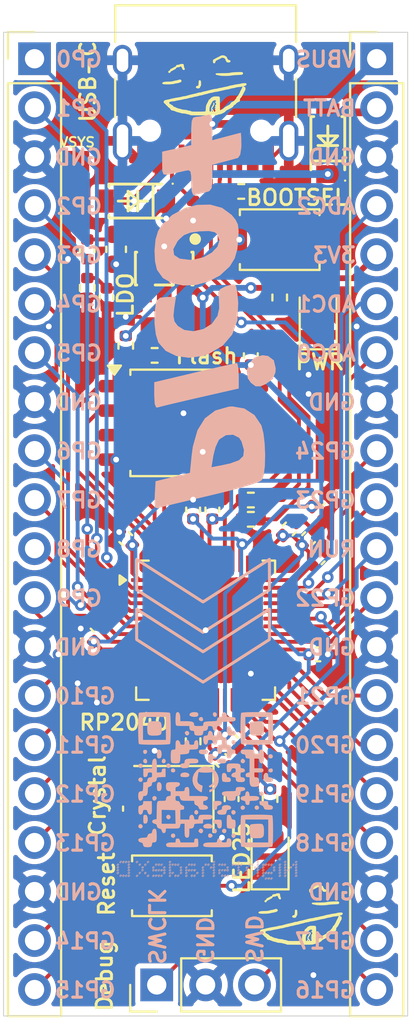
<source format=kicad_pcb>
(kicad_pcb (version 20241229) (generator "pcbnew") (generator_version "9.0")
  (layers (0 "F.Cu" signal) (2 "B.Cu" signal) (13 "F.Paste" user) (15 "B.Paste" user) (5 "F.SilkS" user "F.Silkscreen") (7 "B.SilkS" user "B.Silkscreen") (1 "F.Mask" user) (3 "B.Mask" user) (25 "Edge.Cuts" user))
  (net 0 "")
  (net 1 "GND")
  (net 2 "+1V1")
  (net 3 "+3V3")
  (net 4 "VBUS")
  (net 5 "Net-(C15-Pad2)")
  (net 6 "XIN")
  (net 7 "Net-(J1-CC1)")
  (net 8 "USB_D-")
  (net 9 "USB_D+")
  (net 10 "Net-(J1-CC2)")
  (net 11 "GPIO5")
  (net 12 "GPIO13")
  (net 13 "GPIO1")
  (net 14 "GPIO2")
  (net 15 "GPIO11")
  (net 16 "GPIO14")
  (net 17 "GPIO3")
  (net 18 "GPIO7")
  (net 19 "GPIO6")
  (net 20 "GPIO4")
  (net 21 "GPIO8")
  (net 22 "GPIO10")
  (net 23 "GPIO0")
  (net 24 "GPIO12")
  (net 25 "GPIO15")
  (net 26 "GPIO9")
  (net 27 "GPIO20")
  (net 28 "GPIO16")
  (net 29 "GPIO22")
  (net 30 "GPIO26_ADC0")
  (net 31 "GPIO28_ADC2")
  (net 32 "GPIO19")
  (net 33 "GPIO21")
  (net 34 "GPIO23")
  (net 35 "GPIO24")
  (net 36 "GPIO27_ADC1")
  (net 37 "RUN")
  (net 38 "GPIO29_ADC3")
  (net 39 "GPIO18")
  (net 40 "GPIO17")
  (net 41 "SWD")
  (net 42 "SWCLK")
  (net 43 "Net-(U1-USB_DP)")
  (net 44 "Net-(U1-USB_DM)")
  (net 45 "XOUT")
  (net 46 "Net-(R6-Pad1)")
  (net 47 "QSPI_SS")
  (net 48 "QSPI_SD3")
  (net 49 "QSPI_SD2")
  (net 50 "QSPI_SD1")
  (net 51 "QSPI_SD0")
  (net 52 "QSPI_SCLK")
  (net 53 "GPIO25")
  (net 54 "Net-(D1-A)")
  (net 55 "Net-(D2-A)")
  (net 56 "VSYS")
  (net 57 "+BATT")
  (footprint "Connector_USB:USB_C_Receptacle_HRO_TYPE-C-31-M-12" (layer "F.Cu") (at 160.65 49.25 180)
    (property "Reference" "J1" (hide yes))
    (property "Value" "USB_C_Receptacle_USB2.0_14P" (hide yes))
  )
  (footprint "Capacitor_SMD:C_0402_1005Metric" (layer "F.Cu") (at 165 72.5 45)
    (property "Reference" "C11" (hide yes))
    (property "Value" "0.1uF" (hide yes))
  )
  (footprint "EasyEDA:SOD-123FL_L2.8-W1.8-LS3.8-RD" (layer "F.Cu") (at 157 55.5 180)
    (property "Reference" "D3" (hide yes))
    (property "Value" "FMBR120VLSFT1G" (hide yes))
  )
  (footprint "Resistor_SMD:R_0402_1005Metric" (layer "F.Cu") (at 163 72 180)
    (property "Reference" "R4" (hide yes))
    (property "Value" "27" (hide yes))
  )
  (footprint "Capacitor_SMD:C_0402_1005Metric" (layer "F.Cu") (at 166.5 71 45)
    (property "Reference" "C1" (hide yes))
    (property "Value" "1uF" (hide yes))
  )
  (footprint "Capacitor_SMD:C_0402_1005Metric" (layer "F.Cu") (at 161.5 84.5 -45)
    (property "Reference" "C8" (hide yes))
    (property "Value" "0.1uF" (hide yes))
  )
  (footprint "Resistor_SMD:R_0402_1005Metric" (layer "F.Cu") (at 162.5 55)
    (property "Reference" "R1" (hide yes))
    (property "Value" "5.1K" (hide yes))
  )
  (footprint "Connector_PinHeader_2.54mm:PinHeader_1x03_P2.54mm_Vertical" (layer "F.Cu") (at 158.11 96.14 90)
    (property "Reference" "J4" (hide yes))
    (property "Value" "Conn_01x03" (hide yes))
  )
  (footprint "Capacitor_SMD:C_0603_1608Metric" (layer "F.Cu") (at 156 58 -90)
    (property "Reference" "C14" (hide yes))
    (property "Value" "10uF" (hide yes))
  )
  (footprint "Resistor_SMD:R_0402_1005Metric" (layer "F.Cu") (at 154.5 60 -90)
    (property "Reference" "R11" (hide yes))
    (property "Value" "100K" (hide yes))
  )
  (footprint "LED_SMD:LED_0805_2012Metric" (layer "F.Cu") (at 166.5 61.5 90)
    (property "Reference" "D2" (hide yes))
    (property "Value" "LED" (hide yes))
  )
  (footprint "Resistor_SMD:R_0402_1005Metric" (layer "F.Cu") (at 154.5 58 -90)
    (property "Reference" "R10" (hide yes))
    (property "Value" "200K" (hide yes))
  )
  (footprint "Capacitor_SMD:C_0402_1005Metric" (layer "F.Cu") (at 155.5 60.5 -90)
    (property "Reference" "C9" (hide yes))
    (property "Value" "1nF" (hide yes))
  )
  (footprint "Capacitor_SMD:C_0402_1005Metric" (layer "F.Cu") (at 160 71.5 90)
    (property "Reference" "C3" (hide yes))
    (property "Value" "0.1uF" (hide yes))
  )
  (footprint "Graphics:Logo_small" (layer "F.Cu") (at 160.5 50)
    (property "Reference" "G***" (hide yes))
    (property "Value" "LOGO" (hide yes))
  )
  (footprint "Capacitor_SMD:C_0402_1005Metric" (layer "F.Cu") (at 156.5 73 135)
    (property "Reference" "C10" (hide yes))
    (property "Value" "0.1uF" (hide yes))
  )
  (footprint "EasyEDA:SOT-23-5_L3.0-W1.6-P0.95-LS2.8-BR" (layer "F.Cu") (at 158.5 59 90)
    (property "Reference" "U2" (hide yes))
    (property "Value" "TPSPX3819M5-L-3-3" (hide yes))
  )
  (footprint "Resistor_SMD:R_0402_1005Metric" (layer "F.Cu") (at 158 63.5 180)
    (property "Reference" "R7" (hide yes))
    (property "Value" "10K" (hide yes))
  )
  (footprint "Resistor_SMD:R_0402_1005Metric" (layer "F.Cu") (at 164.5 60.5 90)
    (property "Reference" "R9" (hide yes))
    (property "Value" "1K" (hide yes))
  )
  (footprint "Resistor_SMD:R_0402_1005Metric" (layer "F.Cu") (at 163 71 180)
    (property "Reference" "R3" (hide yes))
    (property "Value" "27" (hide yes))
  )
  (footprint "Capacitor_SMD:C_0402_1005Metric" (layer "F.Cu") (at 166 73 45)
    (property "Reference" "C4" (hide yes))
    (property "Value" "1uF" (hide yes))
  )
  (footprint "Capacitor_SMD:C_0603_1608Metric" (layer "F.Cu") (at 158.5 62 180)
    (property "Reference" "C13" (hide yes))
    (property "Value" "10uF" (hide yes))
  )
  (footprint "Button_Switch_SMD:SW_Push_SPST_NO_Alps_SKRK" (layer "F.Cu") (at 158.9 91 180)
    (property "Reference" "SW2" (hide yes))
    (property "Value" "SW_Push" (hide yes))
  )
  (footprint "LED_SMD:LED_0805_2012Metric" (layer "F.Cu") (at 164 89.5 90)
    (property "Reference" "D1" (hide yes))
    (property "Value" "LED" (hide yes))
  )
  (footprint "Connector_PinHeader_2.54mm:PinHeader_1x20_P2.54mm_Vertical" (layer "F.Cu") (at 169.54 48.12)
    (property "Reference" "J3" (hide yes))
    (property "Value" "Conn_01x20" (hide yes))
  )
  (footprint "Capacitor_SMD:C_0402_1005Metric" (layer "F.Cu") (at 162 86.5 90)
    (property "Reference" "C15" (hide yes))
    (property "Value" "33pF" (hide yes))
  )
  (footprint "Resistor_SMD:R_0402_1005Metric" (layer "F.Cu") (at 160 56 -90)
    (property "Reference" "R2" (hide yes))
    (property "Value" "5.1K" (hide yes))
  )
  (footprint "Crystal:Crystal_SMD_3225-4Pin_3.2x2.5mm" (layer "F.Cu") (at 159 86.5 180)
    (property "Reference" "Y1" (hide yes))
    (property "Value" "12 MHz" (hide yes))
  )
  (footprint "Capacitor_SMD:C_0402_1005Metric" (layer "F.Cu") (at 156 87 -90)
    (property "Reference" "C16" (hide yes))
    (property "Value" "33pF" (hide yes))
  )
  (footprint "Capacitor_SMD:C_0402_1005Metric" (layer "F.Cu") (at 163 63.5 90)
    (property "Reference" "C17" (hide yes))
    (property "Value" "0.1uF" (hide yes))
  )
  (footprint "Resistor_SMD:R_0402_1005Metric" (layer "F.Cu") (at 164 86.5 90)
    (property "Reference" "R8" (hide yes))
    (property "Value" "1K" (hide yes))
  )
  (footprint "Connector_PinHeader_2.54mm:PinHeader_1x20_P2.54mm_Vertical" (layer "F.Cu") (at 151.76 48.12)
    (property "Reference" "J2" (hide yes))
    (property "Value" "Conn_01x20" (hide yes))
  )
  (footprint "Capacitor_SMD:C_0402_1005Metric" (layer "F.Cu") (at 166.5 74 45)
    (property "Reference" "C5" (hide yes))
    (property "Value" "0.1uF" (hide yes))
  )
  (footprint "Capacitor_SMD:C_0402_1005Metric" (layer "F.Cu") (at 161 71.5 90)
    (property "Reference" "C7" (hide yes))
    (property "Value" "0.1uF" (hide yes))
  )
  (footprint "Capacitor_SMD:C_0402_1005Metric" (layer "F.Cu") (at 154.5 78 135)
    (property "Reference" "C6" (hide yes))
    (property "Value" "0.1uF" (hide yes))
  )
  (footprint "Capacitor_SMD:C_0402_1005Metric" (layer "F.Cu") (at 166.5 79)
    (property "Reference" "C12" (hide yes))
    (property "Value" "0.1uF" (hide yes))
  )
  (footprint "Package_DFN_QFN:QFN-56-1EP_7x7mm_P0.4mm_EP3.2x3.2mm" (layer "F.Cu") (at 160.65 77.75)
    (property "Reference" "U1" (hide yes))
    (property "Value" "RP2040" (hide yes))
  )
  (footprint "Button_Switch_SMD:SW_Push_SPST_NO_Alps_SKRK" (layer "F.Cu") (at 164.5 57.5 180)
    (property "Reference" "SW1" (hide yes))
    (property "Value" "SW_Push" (hide yes))
  )
  (footprint "Graphics:Logo_small" (layer "F.Cu") (at 165.5 93)
    (property "Reference" "G***" (hide yes))
    (property "Value" "LOGO" (hide yes))
  )
  (footprint "Resistor_SMD:R_0402_1005Metric" (layer "F.Cu") (at 160 83.51 90)
    (property "Reference" "R5" (hide yes))
    (property "Value" "1K" (hide yes))
  )
  (footprint "Package_SO:SOIC-8_5.3x5.3mm_P1.27mm" (layer "F.Cu") (at 159.5 67)
    (property "Reference" "U3" (hide yes))
    (property "Value" "W25Q128JVS" (hide yes))
  )
  (footprint "Capacitor_SMD:C_0402_1005Metric" (layer "F.Cu") (at 162 83.5 -45)
    (property "Reference" "C2" (hide yes))
    (property "Value" "0.1uF" (hide yes))
  )
  (footprint "EasyEDA:SOD-123FL_L2.8-W1.8-LS3.8-RD" (layer "F.Cu") (at 167 52.5 90)
    (property "Reference" "D4" (hide yes))
    (property "Value" "FMBR120VLSFT1G" (hide yes))
  )
  (footprint "Resistor_SMD:R_0402_1005Metric" (layer "F.Cu") (at 156.5 63 -90)
    (property "Reference" "R6" (hide yes))
    (property "Value" "1K" (hide yes))
  )
  (footprint "LOGO" (layer "B.Cu") (at 160.65 85.5 180)
    (property "Reference" "G***" (hide yes))
    (property "Value" "LOGO" (hide yes))
  )
  (footprint "LOGO" (layer "B.Cu") (at 160.5 77.25 -90)
    (property "Reference" "G***" (hide yes))
    (property "Value" "LOGO" (hide yes))
  )
  (footprint "LOGO" (layer "B.Cu") (at 160.65 90.15 180)
    (property "Reference" "G***" (hide yes))
    (property "Value" "LOGO" (hide yes))
  )
  (footprint "LOGO" (layer "B.Cu") (at 161 61.5 90)
    (property "Reference" "G***" (hide yes))
    (property "Value" "LOGO" (hide yes))
  )
  (gr_rect (start 153.5 53) (end 154.5 54) (stroke (width 0.2)) (fill yes) (layer "F.Cu") (net 56))
  (gr_rect (start 150.15 46.75) (end 171.15 97.75) (stroke (width 0.05)) (fill no) (layer "Edge.Cuts"))
  (gr_text "Debug" (at 155.865552 97.595574 90) (layer "F.SilkS") (effects (font (size 0.8 0.8)) (justify left bottom)))
  (gr_text "USB-C" (at 155 51.5 90) (layer "F.SilkS") (effects (font (size 0.8 0.8)) (justify left bottom)))
  (gr_text "BOOTSEL" (at 162.674189 55.78707 0) (layer "F.SilkS") (effects (font (size 0.8 0.8)) (justify left bottom)))
  (gr_text "PWR" (at 165.237631 64.315957 0) (layer "F.SilkS") (effects (font (size 0.8 0.8)) (justify left bottom)))
  (gr_text "LDO\n" (at 156.95149 61.605419 90) (layer "F.SilkS") (effects (font (size 0.8 0.8)) (justify left bottom)))
  (gr_text "Flash" (at 159 64 0) (layer "F.SilkS") (effects (font (size 0.8 0.8)) (justify left bottom)))
  (gr_text "RP2040" (at 154 83 0) (layer "F.SilkS") (effects (font (size 0.8 0.8)) (justify left bottom)))
  (gr_text "VSYS" (at 153.010966 52.744601 0) (layer "F.SilkS") (effects (font (size 0.5 0.5) (thickness 0.1) (bold yes)) (justify left bottom)))
  (gr_text "Reset" (at 155.975798 92.653528 90) (layer "F.SilkS") (effects (font (size 0.8 0.8)) (justify left bottom)))
  (gr_text "Crystal" (at 155.5 88.5 90) (layer "F.SilkS") (effects (font (size 0.8 0.8)) (justify left bottom)))
  (gr_text "LED25" (at 163 91.5 90) (layer "F.SilkS") (effects (font (size 0.8 0.8)) (justify left bottom)))
  (gr_text "GP6" (at 155.36 68.94 0) (layer "B.SilkS") (effects (font (size 0.8 0.8) (thickness 0.16) (bold yes)) (justify left bottom mirror)))
  (gr_text "GP22" (at 168.54 76.56 0) (layer "B.SilkS") (effects (font (size 0.8 0.8) (thickness 0.16) (bold yes)) (justify left bottom mirror)))
  (gr_text "ADC1" (at 168.54 61.32 0) (layer "B.SilkS") (effects (font (size 0.8 0.8) (thickness 0.16) (bold yes)) (justify left bottom mirror)))
  (gr_text "GND" (at 160.122484 95.150539 270) (layer "B.SilkS") (effects (font (size 0.8 0.8) (thickness 0.16) (bold yes)) (justify left bottom mirror)))
  (gr_text "GND" (at 168.54 91.8 0) (layer "B.SilkS") (effects (font (size 0.8 0.8) (thickness 0.16) (bold yes)) (justify left bottom mirror)))
  (gr_text "GP21" (at 168.54 81.64 0) (layer "B.SilkS") (effects (font (size 0.8 0.8) (thickness 0.16) (bold yes)) (justify left bottom mirror)))
  (gr_text "GP15" (at 156.06 96.88 0) (layer "B.SilkS") (effects (font (size 0.8 0.8) (thickness 0.16) (bold yes)) (justify left bottom mirror)))
  (gr_text "GP17" (at 168.54 94.34 0) (layer "B.SilkS") (effects (font (size 0.8 0.8) (thickness 0.16) (bold yes)) (justify left bottom mirror)))
  (gr_text "VBUS" (at 168.54 48.62 0) (layer "B.SilkS") (effects (font (size 0.8 0.8) (thickness 0.16) (bold yes)) (justify left bottom mirror)))
  (gr_text "SWCLK" (at 157.630214 95.167266 270) (layer "B.SilkS") (effects (font (size 0.8 0.8) (thickness 0.16) (bold yes)) (justify left bottom mirror)))
  (gr_text "GP23" (at 168.54 71.48 0) (layer "B.SilkS") (effects (font (size 0.8 0.8) (thickness 0.16) (bold yes)) (justify left bottom mirror)))
  (gr_text "GP3" (at 155.36 58.78 0) (layer "B.SilkS") (effects (font (size 0.8 0.8) (thickness 0.16) (bold yes)) (justify left bottom mirror)))
  (gr_text "GP10" (at 156.06 81.64 0) (layer "B.SilkS") (effects (font (size 0.8 0.8) (thickness 0.16) (bold yes)) (justify left bottom mirror)))
  (gr_text "GP7" (at 155.36 71.48 0) (layer "B.SilkS") (effects (font (size 0.8 0.8) (thickness 0.16) (bold yes)) (justify left bottom mirror)))
  (gr_text "BATT" (at 168.54 51.16 0) (layer "B.SilkS") (effects (font (size 0.8 0.8) (thickness 0.16) (bold yes)) (justify left bottom mirror)))
  (gr_text "GND" (at 155.36 53.7 0) (layer "B.SilkS") (effects (font (size 0.8 0.8) (thickness 0.16) (bold yes)) (justify left bottom mirror)))
  (gr_text "3V3" (at 168.54 58.78 0) (layer "B.SilkS") (effects (font (size 0.8 0.8) (thickness 0.16) (bold yes)) (justify left bottom mirror)))
  (gr_text "GP0" (at 155.36 48.62 0) (layer "B.SilkS") (effects (font (size 0.8 0.8) (thickness 0.16) (bold yes)) (justify left bottom mirror)))
  (gr_text "GP16" (at 168.54 96.88 0) (layer "B.SilkS") (effects (font (size 0.8 0.8) (thickness 0.16) (bold yes)) (justify left bottom mirror)))
  (gr_text "GP11" (at 156.06 84.18 0) (layer "B.SilkS") (effects (font (size 0.8 0.8) (thickness 0.16) (bold yes)) (justify left bottom mirror)))
  (gr_text "GND" (at 168.54 79.1 0) (layer "B.SilkS") (effects (font (size 0.8 0.8) (thickness 0.16) (bold yes)) (justify left bottom mirror)))
  (gr_text "GP13" (at 156.06 89.26 0) (layer "B.SilkS") (effects (font (size 0.8 0.8) (thickness 0.16) (bold yes)) (justify left bottom mirror)))
  (gr_text "GP1" (at 155.36 51.16 0) (layer "B.SilkS") (effects (font (size 0.8 0.8) (thickness 0.16) (bold yes)) (justify left bottom mirror)))
  (gr_text "GP24" (at 168.54 68.94 0) (layer "B.SilkS") (effects (font (size 0.8 0.8) (thickness 0.16) (bold yes)) (justify left bottom mirror)))
  (gr_text "ADC0" (at 168.54 63.86 0) (layer "B.SilkS") (effects (font (size 0.8 0.8) (thickness 0.16) (bold yes)) (justify left bottom mirror)))
  (gr_text "GP8" (at 155.36 74.02 0) (layer "B.SilkS") (effects (font (size 0.8 0.8) (thickness 0.16) (bold yes)) (justify left bottom mirror)))
  (gr_text "GP4" (at 155.36 61.32 0) (layer "B.SilkS") (effects (font (size 0.8 0.8) (thickness 0.16) (bold yes)) (justify left bottom mirror)))
  (gr_text "GND" (at 168.54 66.4 0) (layer "B.SilkS") (effects (font (size 0.8 0.8) (thickness 0.16) (bold yes)) (justify left bottom mirror)))
  (gr_text "GND" (at 155.36 91.8 0) (layer "B.SilkS") (effects (font (size 0.8 0.8) (thickness 0.16) (bold yes)) (justify left bottom mirror)))
  (gr_text "GP18" (at 168.54 89.26 0) (layer "B.SilkS") (effects (font (size 0.8 0.8) (thickness 0.16) (bold yes)) (justify left bottom mirror)))
  (gr_text "GP20" (at 168.54 84.18 0) (layer "B.SilkS") (effects (font (size 0.8 0.8) (thickness 0.16) (bold yes)) (justify left bottom mirror)))
  (gr_text "GP9" (at 155.36 76.56 0) (layer "B.SilkS") (effects (font (size 0.8 0.8) (thickness 0.16) (bold yes)) (justify left bottom mirror)))
  (gr_text "GND" (at 168.54 53.7 0) (layer "B.SilkS") (effects (font (size 0.8 0.8) (thickness 0.16) (bold yes)) (justify left bottom mirror)))
  (gr_text "GP5" (at 155.36 63.86 0) (layer "B.SilkS") (effects (font (size 0.8 0.8) (thickness 0.16) (bold yes)) (justify left bottom mirror)))
  (gr_text "GP2" (at 155.36 56.24 0) (layer "B.SilkS") (effects (font (size 0.8 0.8) (thickness 0.16) (bold yes)) (justify left bottom mirror)))
  (gr_text "GP19" (at 168.54 86.72 0) (layer "B.SilkS") (effects (font (size 0.8 0.8) (thickness 0.16) (bold yes)) (justify left bottom mirror)))
  (gr_text "GP14" (at 156.06 94.34 0) (layer "B.SilkS") (effects (font (size 0.8 0.8) (thickness 0.16) (bold yes)) (justify left bottom mirror)))
  (gr_text "GND" (at 155.36 79.1 0) (layer "B.SilkS") (effects (font (size 0.8 0.8) (thickness 0.16) (bold yes)) (justify left bottom mirror)))
  (gr_text "SWD" (at 162.681662 95.100359 270) (layer "B.SilkS") (effects (font (size 0.8 0.8) (thickness 0.16) (bold yes)) (justify left bottom mirror)))
  (gr_text "RUN" (at 168.54 74.02 0) (layer "B.SilkS") (effects (font (size 0.8 0.8) (thickness 0.16) (bold yes)) (justify left bottom mirror)))
  (gr_text "GP12" (at 156.06 86.72 0) (layer "B.SilkS") (effects (font (size 0.8 0.8) (thickness 0.16) (bold yes)) (justify left bottom mirror)))
  (gr_text "ADC2" (at 168.54 56.24 0) (layer "B.SilkS") (effects (font (size 0.8 0.8) (thickness 0.16) (bold yes)) (justify left bottom mirror)))
  (gr_text "GND" (at 155.36 66.4 0) (layer "B.SilkS") (effects (font (size 0.8 0.8) (thickness 0.16) (bold yes)) (justify left bottom mirror)))
  (segment (start 166.839411 73.160589) (end 166.339411 72.660589) (width 0.2) (layer "F.Cu") (net 1))
  (segment (start 155.03 60.51) (end 155.5 60.98) (width 0.2) (layer "F.Cu") (net 1))
  (segment (start 165.839411 72.160589) (end 166.339411 72.660589) (width 0.2) (layer "F.Cu") (net 1))
  (segment (start 157.245 53.295) (end 156.33 52.38) (width 0.2) (layer "F.Cu") (net 1))
  (segment (start 158 83.5) (end 158 84) (width 0.2) (layer "F.Cu") (net 1))
  (segment (start 160.65 96.14) (end 160.5 96.29) (width 0.2) (layer "F.Cu") (net 1))
  (segment (start 166.839411 73.660589) (end 166.839411 73.160589) (width 0.2) (layer "F.Cu") (net 1))
  (segment (start 157.225 61.5) (end 157.725 62) (width 0.2) (layer "F.Cu") (net 1))
  (segment (start 160.5 96.29) (end 160.5 96.5) (width 0.2) (layer "F.Cu") (net 1))
  (segment (start 160 71.02) (end 161 71.02) (width 0.2) (layer "F.Cu") (net 1))
  (segment (start 156.5 61.5) (end 157.225 61.5) (width 0.2) (layer "F.Cu") (net 1))
  (segment (start 152.898 64) (end 152.898 62.398) (width 0.2) (layer "F.Cu") (net 1))
  (segment (start 159.65 81.1875) (end 159.65 81.85) (width 0.2) (layer "F.Cu") (net 1))
  (segment (start 163.9 53.295) (end 164.055 53.295) (width 0.2) (layer "F.Cu") (net 1))
  (segment (start 159.5 82) (end 158 83.5) (width 0.2) (layer "F.Cu") (net 1))
  (segment (start 152.898 64.762) (end 152.898 64) (width 0.2) (layer "F.Cu") (net 1))
  (segment (start 159.65 81.85) (end 159.5 82) (width 0.2) (layer "F.Cu") (net 1))
  (segment (start 158 85.55) (end 157.9 85.65) (width 0.2) (layer "F.Cu") (net 1))
  (segment (start 152.898 62.398) (end 152.5 62) (width 0.2) (layer "F.Cu") (net 1))
  (segment (start 158 84) (end 158 85.55) (width 0.2) (layer "F.Cu") (net 1))
  (segment (start 154.5 60.51) (end 155.03 60.51) (width 0.2) (layer "F.Cu") (net 1))
  (segment (start 164.055 53.295) (end 164.97 52.38) (width 0.2) (layer "F.Cu") (net 1))
  (segment (start 151.76 65.9) (end 152.898 64.762) (width 0.2) (layer "F.Cu") (net 1))
  (segment (start 165.339411 72.160589) (end 165.839411 72.160589) (width 0.2) (layer "F.Cu") (net 1))
  (segment (start 157.4 53.295) (end 157.245 53.295) (width 0.2) (layer "F.Cu") (net 1))
  (via (at 153 79) (size 0.6) (drill 0.3) (layers "F.Cu" "B.Cu") (net 1))
  (via (at 154 80.5) (size 0.6) (drill 0.3) (layers "F.Cu" "B.Cu") (net 1))
  (via (at 160 56.51) (size 0.6) (drill 0.3) (layers "F.Cu" "B.Cu") (net 1))
  (via (at 153.5 58.5) (size 0.6) (drill 0.3) (layers "F.Cu" "B.Cu") (net 1))
  (via (at 152.5 62) (size 0.6) (drill 0.3) (layers "F.Cu" "B.Cu") (net 1))
  (via (at 160 70.98) (size 0.6) (drill 0.3) (layers "F.Cu" "B.Cu") (net 1))
  (via (at 156 68.905) (size 0.6) (drill 0.3) (layers "F.Cu" "B.Cu") (net 1))
  (via (at 168.5 62) (size 0.6) (drill 0.3) (layers "F.Cu" "B.Cu") (net 1))
  (via (at 156 58.775) (size 0.6) (drill 0.3) (layers "F.Cu" "B.Cu") (net 1))
  (via (at 161.5 88.5) (size 0.6) (drill 0.3) (layers "F.Cu" "B.Cu") (net 1))
  (via (at 154.160589 77.660589) (size 0.6) (drill 0.3) (layers "F.Cu" "B.Cu") (net 1))
  (via (at 167 79) (size 0.6) (drill 0.3) (layers "F.Cu" "B.Cu") (net 1))
  (via (at 160.5 68.5) (size 0.6) (drill 0.3) (layers "F.Cu" "B.Cu") (net 1))
  (via (at 163 80) (size 0.6) (drill 0.3) (layers "F.Cu" "B.Cu") (net 1))
  (via (at 156.160589 72.660589) (size 0.6) (drill 0.3) (layers "F.Cu" "B.Cu") (net 1))
  (via (at 156.5 61.5) (size 0.6) (drill 0.3) (layers "F.Cu" "B.Cu") (net 1))
  (via (at 166.251463 95.630354) (size 0.6) (drill 0.3) (layers "F.Cu" "B.Cu") (net 1))
  (via (at 155 81.5) (size 0.6) (drill 0.3) (layers "F.Cu" "B.Cu") (net 1))
  (via (at 160.65 77.75) (size 0.6) (drill 0.3) (layers "F.Cu" "B.Cu") (net 1))
  (via (at 166 64.5) (size 0.6) (drill 0.3) (layers "F.Cu" "B.Cu") (net 1))
  (via (at 158.5 57.85) (size 0.6) (drill 0.3) (layers "F.Cu" "B.Cu") (net 1))
  (via (at 159.5 66.5) (size 0.6) (drill 0.3) (layers "F.Cu" "B.Cu") (net 1))
  (via (at 166 65.5) (size 0.6) (drill 0.3) (layers "F.Cu" "B.Cu") (net 1))
  (via (at 158 84) (size 0.6) (drill 0.3) (layers "F.Cu" "B.Cu") (net 1))
  (segment (start 153.5 58.5) (end 154 59) (width 0.2) (layer "B.Cu") (net 1))
  (segment (start 154 59) (end 154 60.5) (width 0.2) (layer "B.Cu") (net 1))
  (segment (start 168.5 62.671827) (end 168.489 62.682827) (width 0.2) (layer "B.Cu") (net 1))
  (segment (start 168.489 64.849) (end 169.54 65.9) (width 0.2) (layer "B.Cu") (net 1))
  (segment (start 154 60.5) (end 152.5 62) (width 0.2) (layer "B.Cu") (net 1))
  (segment (start 168.5 62) (end 168.5 62.671827) (width 0.2) (layer "B.Cu") (net 1))
  (segment (start 168.489 62.682827) (end 168.489 64.849) (width 0.2) (layer "B.Cu") (net 1))
  (segment (start 161.25 82.75) (end 161.660589 83.160589) (width 0.2) (layer "F.Cu") (net 2))
  (segment (start 162.45 73.39043) (end 162.55 73.29043) (width 0.2) (layer "F.Cu") (net 2))
  (segment (start 162.45 74.3125) (end 162.45 73.39043) (width 0.2) (layer "F.Cu") (net 2))
  (segment (start 161.25 81.1875) (end 161.25 82.75) (width 0.2) (layer "F.Cu") (net 2))
  (segment (start 160 71.98) (end 160.45 72.43) (width 0.2) (layer "F.Cu") (net 2))
  (segment (start 160.45 72.43) (end 160.45 74.3125) (width 0.2) (layer "F.Cu") (net 2))
  (via (at 162.55 73.29043) (size 0.6) (drill 0.3) (layers "F.Cu" "B.Cu") (net 2))
  (via (at 166.160589 71.339411) (size 0.6) (drill 0.3) (layers "F.Cu" "B.Cu") (net 2))
  (via (at 161.660589 83.160589) (size 0.6) (drill 0.3) (layers "F.Cu" "B.Cu") (net 2))
  (via (at 160 71.98) (size 0.6) (drill 0.3) (layers "F.Cu" "B.Cu") (net 2))
  (segment (start 160 72) (end 160 71.98) (width 0.2) (layer "B.Cu") (net 2))
  (segment (start 162.79043 73.29043) (end 164.741449 71.339411) (width 0.2) (layer "B.Cu") (net 2))
  (segment (start 161 73) (end 160 72) (width 0.2) (layer "B.Cu") (net 2))
  (segment (start 162.25957 73) (end 162.55 73.29043) (width 0.2) (layer "B.Cu") (net 2))
  (segment (start 161.660589 75.839411) (end 161.660589 83.160589) (width 0.2) (layer "B.Cu") (net 2))
  (segment (start 162.55 73.29043) (end 162.79043 73.29043) (width 0.2) (layer "B.Cu") (net 2))
  (segment (start 162.55 73.29043) (end 162.5 73.34043) (width 0.2) (layer "B.Cu") (net 2))
  (segment (start 162.5 75) (end 161.660589 75.839411) (width 0.2) (layer "B.Cu") (net 2))
  (segment (start 164.741449 71.339411) (end 166.160589 71.339411) (width 0.2) (layer "B.Cu") (net 2))
  (segment (start 161 73) (end 162.25957 73) (width 0.2) (layer "B.Cu") (net 2))
  (segment (start 162.5 73.34043) (end 162.5 75) (width 0.2) (layer "B.Cu") (net 2))
  (segment (start 159.45 61.825) (end 159.275 62) (width 0.4) (layer "F.Cu") (net 3))
  (segment (start 159.45 60.15) (end 159.45 61.825) (width 0.4) (layer "F.Cu") (net 3))
  (segment (start 155.25 78.75) (end 157.2125 78.75) (width 0.2) (layer "F.Cu") (net 3))
  (segment (start 161.160589 84.160589) (end 160.85 83.85) (width 0.2) (layer "F.Cu") (net 3))
  (segment (start 159.275 62.735) (end 158.51 63.5) (width 0.2) (layer "F.Cu") (net 3))
  (segment (start 166.02 73.698822) (end 165.660589 73.339411) (width 0.2) (layer "F.Cu") (net 3))
  (segment (start 164.0875 75.15) (end 165.37 75.15) (width 0.2) (layer "F.Cu") (net 3))
  (segment (start 159.275 62) (end 159.275 62.735) (width 0.2) (layer "F.Cu") (net 3))
  (segment (start 162.85 74.3125) (end 163.25 74.3125) (width 0.2) (layer "F.Cu") (net 3))
  (segment (start 154.839411 78.339411) (end 155.25 78.75) (width 0.2) (layer "F.Cu") (net 3))
  (segment (start 156.839411 73.339411) (end 156.839411 74.776911) (width 0.2) (layer "F.Cu") (net 3))
  (segment (start 163.25 74.25) (end 164.660589 72.839411) (width 0.2) (layer "F.Cu") (net 3))
  (segment (start 166.01 78.99) (end 166.02 79) (width 0.2) (layer "F.Cu") (net 3))
  (segment (start 164 60) (end 164.01 59.99) (width 0.3) (layer "F.Cu") (net 3))
  (segment (start 163 63.98) (end 163 65.0075) (width 0.2) (layer "F.Cu") (net 3))
  (segment (start 160.85 72.13) (end 160.85 74.3125) (width 0.2) (layer "F.Cu") (net 3))
  (segment (start 163.25 74.3125) (end 163.25 74.25) (width 0.2) (layer "F.Cu") (net 3))
  (segment (start 164.5 59.99) (end 164.99 59.5) (width 0.3) (layer "F.Cu") (net 3))
  (segment (start 159.45 60.15) (end 160.15 60.15) (width 0.4) (layer "F.Cu") (net 3))
  (segment (start 166.02 74.5) (end 166.02 73.698822) (width 0.2) (layer "F.Cu") (net 3))
  (segment (start 163 65.0075) (end 163.0875 65.095) (width 0.2) (layer "F.Cu") (net 3))
  (segment (start 164.99 59.5) (end 168.32 59.5) (width 0.3) (layer "F.Cu") (net 3))
  (segment (start 163 60) (end 164 60) (width 0.3) (layer "F.Cu") (net 3))
  (segment (start 165.160589 72.839411) (end 165.660589 73.339411) (width 0.2) (layer "F.Cu") (net 3))
  (segment (start 165.37 75.15) (end 166.02 74.5) (width 0.2) (layer "F.Cu") (net 3))
  (segment (start 165.77 78.75) (end 166.01 78.99) (width 0.2) (layer "F.Cu") (net 3))
  (segment (start 161 71.98) (end 160.85 72.13) (width 0.2) (layer "F.Cu") (net 3))
  (segment (start 160.15 60.15) (end 160.5 60.5) (width 0.4) (layer "F.Cu") (net 3))
  (segment (start 160.85 83.85) (end 160.85 81.1875) (width 0.2) (layer "F.Cu") (net 3))
  (segment (start 164.01 59.99) (end 164.5 59.99) (width 0.3) (layer "F.Cu") (net 3))
  (segment (start 164.660589 72.839411) (end 165.160589 72.839411) (width 0.2) (layer "F.Cu") (net 3))
  (segment (start 160.85 74.3125) (end 161.25 74.3125) (width 0.2) (layer "F.Cu") (net 3))
  (segment (start 156.839411 74.776911) (end 157.2125 75.15) (width 0.2) (layer "F.Cu") (net 3))
  (segment (start 168.32 59.5) (end 169.54 58.28) (width 0.3) (layer "F.Cu") (net 3))
  (segment (start 164.0875 78.75) (end 165.77 78.75) (width 0.2) (layer "F.Cu") (net 3))
  (via (at 166.01 78.99) (size 0.6) (drill 0.3) (layers "F.Cu" "B.Cu") (net 3))
  (via (at 161 71.98) (size 0.6) (drill 0.3) (layers "F.Cu" "B.Cu") (net 3))
  (via (at 163 64) (size 0.6) (drill 0.3) (layers "F.Cu" "B.Cu") (net 3))
  (via (at 154.839411 78.339411) (size 0.6) (drill 0.3) (layers "F.Cu" "B.Cu") (net 3))
  (via (at 156.839411 73.339411) (size 0.6) (drill 0.3) (layers "F.Cu" "B.Cu") (net 3))
  (via (at 160.5 60.5) (size 0.6) (drill 0.3) (layers "F.Cu" "B.Cu") (net 3))
  (via (at 164.660589 72.839411) (size 0.6) (drill 0.3) (layers "F.Cu" "B.Cu") (net 3))
  (via (at 163 60) (size 0.6) (drill 0.3) (layers "F.Cu" "B.Cu") (net 3))
  (via (at 161.160589 84.160589) (size 0.6) (drill 0.3) (layers "F.Cu" "B.Cu") (net 3))
  (via (at 165.660589 73.339411) (size 0.6) (drill 0.3) (layers "F.Cu" "B.Cu") (net 3))
  (segment (start 159.5 70) (end 162 70) (width 0.2) (layer "B.Cu") (net 3))
  (segment (start 161.160589 84.160589) (end 161.776911 84.160589) (width 0.2) (layer "B.Cu") (net 3))
  (segment (start 160.5 62.5) (end 162 64) (width 0.3) (layer "B.Cu") (net 3))
  (segment (start 166.661589 70) (end 166.661589 70.5) (width 0.2) (layer "B.Cu") (net 3))
  (segment (start 161.98 71.48) (end 161.98 70.02) (width 0.2) (layer "B.Cu") (net 3))
  (segment (start 157 73.5) (end 156.839411 73.339411) (width 0.2) (layer "B.Cu") (net 3))
  (segment (start 165.660589 72.839411) (end 164.660589 72.839411) (width 0.2) (layer "B.Cu") (net 3))
  (segment (start 161.52 71.98) (end 162 71.5) (width 0.2) (layer "B.Cu") (net 3))
  (segment (start 166 79) (end 166.01 78.99) (width 0.2) (layer "B.Cu") (net 3))
  (segment (start 166.01 79.9275) (end 166.01 78.99) (width 0.2) (layer "B.Cu") (net 3))
  (segment (start 162 71.5) (end 161.98 71.48) (width 0.2) (layer "B.Cu") (net 3))
  (segment (start 161.98 70.02) (end 162 70) (width 0.2) (layer "B.Cu") (net 3))
  (segment (start 160.5 60.5) (end 160.5 62.5) (width 0.3) (layer "B.Cu") (net 3))
  (segment (start 161 60) (end 160.5 60.5) (width 0.3) (layer "B.Cu") (net 3))
  (segment (start 165.660589 73.859411) (end 164 75.52) (width 0.2) (layer "B.Cu") (net 3))
  (segment (start 161 71.98) (end 161.52 71.98) (width 0.2) (layer "B.Cu") (net 3))
  (segment (start 162 70) (end 166.661589 70) (width 0.2) (layer "B.Cu") (net 3))
  (segment (start 161.776911 84.160589) (end 166.01 79.9275) (width 0.2) (layer "B.Cu") (net 3))
  (segment (start 165.660589 73.339411) (end 165.660589 72.839411) (width 0.2) (layer "B.Cu") (net 3))
  (segment (start 162 64) (end 163 64) (width 0.3) (layer "B.Cu") (net 3))
  (segment (start 164 77.5) (end 165.5 79) (width 0.2) (layer "B.Cu") (net 3))
  (segment (start 155.660589 78.339411) (end 157 77) (width 0.2) (layer "B.Cu") (net 3))
  (segment (start 154.839411 78.339411) (end 155.660589 78.339411) (width 0.2) (layer "B.Cu") (net 3))
  (segment (start 157 77) (end 157 73.5) (width 0.2) (layer "B.Cu") (net 3))
  (segment (start 156.839411 72.660589) (end 159.5 70) (width 0.2) (layer "B.Cu") (net 3))
  (segment (start 166.661589 70.5) (end 166.661589 71.838411) (width 0.2) (layer "B.Cu") (net 3))
  (segment (start 163 64) (end 166.661589 67.661589) (width 0.3) (layer "B.Cu") (net 3))
  (segment (start 165.5 79) (end 166 79) (width 0.2) (layer "B.Cu") (net 3))
  (segment (start 166.661589 67.661589) (end 166.661589 70) (width 0.3) (layer "B.Cu") (net 3))
  (segment (start 165.660589 73.339411) (end 165.660589 73.859411) (width 0.2) (layer "B.Cu") (net 3))
  (segment (start 166.661589 71.838411) (end 165.660589 72.839411) (width 0.2) (layer "B.Cu") (net 3))
  (segment (start 156.839411 73.339411) (end 156.839411 72.660589) (width 0.2) (layer "B.Cu") (net 3))
  (segment (start 163 60) (end 161 60) (width 0.3) (layer "B.Cu") (net 3))
  (segment (start 164 75.52) (end 164 77.5) (width 0.2) (layer "B.Cu") (net 3))
  (segment (start 162 51.5) (end 161 51.5) (width 0.4) (layer "F.Cu") (net 4))
  (segment (start 163.1 53.295) (end 163.1 52.6) (width 0.4) (layer "F.Cu") (net 4))
  (segment (start 163.1 52.6) (end 162 51.5) (width 0.4) (layer "F.Cu") (net 4))
  (segment (start 158.2 54.22) (end 158.2 53.295) (width 0.4) (layer "F.Cu") (net 4))
  (segment (start 155.4 55.5) (end 156.92 55.5) (width 0.4) (layer "F.Cu") (net 4))
  (segment (start 156.92 55.5) (end 158.2 54.22) (width 0.4) (layer "F.Cu") (net 4))
  (via (at 156.92 55.5) (size 0.6) (drill 0.3) (layers "F.Cu" "B.Cu") (net 4))
  (via (at 161 51.5) (size 0.6) (drill 0.3) (layers "F.Cu" "B.Cu") (net 4))
  (segment (start 157 55.5) (end 162 50.5) (width 0.4) (layer "B.Cu") (net 4))
  (segment (start 162 50.5) (end 167.16 50.5) (width 0.4) (layer "B.Cu") (net 4))
  (segment (start 156.92 55.5) (end 157 55.5) (width 0.4) (layer "B.Cu") (net 4))
  (segment (start 167.16 50.5) (end 169.54 48.12) (width 0.4) (layer "B.Cu") (net 4))
  (segment (start 160.47 86.02) (end 160.1 85.65) (width 0.2) (layer "F.Cu") (net 5))
  (segment (start 160 84.01) (end 160 85.55) (width 0.3) (layer "F.Cu") (net 5))
  (segment (start 160.1 85.65) (end 160.35 85.65) (width 0.3) (layer "F.Cu") (net 5))
  (segment (start 160 85.55) (end 160.1 85.65) (width 0.3) (layer "F.Cu") (net 5))
  (segment (start 162 86.02) (end 160.47 86.02) (width 0.2) (layer "F.Cu") (net 5))
  (segment (start 160.05 81.1875) (end 160.05 81.95) (width 0.3) (layer "F.Cu") (net 6))
  (segment (start 160.05 81.95) (end 159 83) (width 0.3) (layer "F.Cu") (net 6))
  (segment (start 159 86.25) (end 157.9 87.35) (width 0.3) (layer "F.Cu") (net 6))
  (segment (start 156 87.48) (end 157.77 87.48) (width 0.2) (layer "F.Cu") (net 6))
  (segment (start 159 83) (end 159 86.25) (width 0.3) (layer "F.Cu") (net 6))
  (segment (start 157.77 87.48) (end 157.9 87.35) (width 0.2) (layer "F.Cu") (net 6))
  (segment (start 161.9 53.295) (end 161.9 54.91) (width 0.2) (layer "F.Cu") (net 7))
  (segment (start 161.9 54.91) (end 161.99 55) (width 0.2) (layer "F.Cu") (net 7))
  (segment (start 161.351 52.269) (end 161.4 52.318) (width 0.2) (layer "F.Cu") (net 8))
  (segment (start 165 65.681802) (end 166 66.681802) (width 0.2) (layer "F.Cu") (net 8))
  (segment (start 160.4 52.318) (end 160.449 52.269) (width 0.2) (layer "F.Cu") (net 8))
  (segment (start 161.375 59.375) (end 165 63) (width 0.2) (layer "F.Cu") (net 8))
  (segment (start 161.4 53.295) (end 161.4 54.382501) (width 0.2) (layer "F.Cu") (net 8))
  (segment (start 165 63) (end 165 65.681802) (width 0.2) (layer "F.Cu") (net 8))
  (segment (start 161.375 54.407501) (end 161.375 59.375) (width 0.2) (layer "F.Cu") (net 8))
  (segment (start 166 70.318198) (end 164.318198 72) (width 0.2) (layer "F.Cu") (net 8))
  (segment (start 166 66.681802) (end 166 70.318198) (width 0.2) (layer "F.Cu") (net 8))
  (segment (start 164.318198 72) (end 163.51 72) (width 0.2) (layer "F.Cu") (net 8))
  (segment (start 160.449 52.269) (end 161.351 52.269) (width 0.2) (layer "F.Cu") (net 8))
  (segment (start 161.4 54.382501) (end 161.375 54.407501) (width 0.2) (layer "F.Cu") (net 8))
  (segment (start 161.4 52.318) (end 161.4 53.295) (width 0.2) (layer "F.Cu") (net 8))
  (segment (start 160.4 53.295) (end 160.4 52.318) (width 0.2) (layer "F.Cu") (net 8))
  (segment (start 160.851 54.321) (end 160.851 53.295) (width 0.2) (layer "F.Cu") (net 9))
  (segment (start 164.681802 71) (end 163.51 71) (width 0.2) (layer "F.Cu") (net 9))
  (segment (start 159.949 53.295) (end 159.949 54.321) (width 0.2) (layer "F.Cu") (net 9))
  (segment (start 160.9 54.382501) (end 160.925 54.407501) (width 0.2) (layer "F.Cu") (net 9))
  (segment (start 165.5 70.181802) (end 164.681802 71) (width 0.2) (layer "F.Cu") (net 9))
  (segment (start 159.9 53.295) (end 159.949 53.295) (width 0.2) (layer "F.Cu") (net 9))
  (segment (start 159.949 54.321) (end 160.851 54.321) (width 0.2) (layer "F.Cu") (net 9))
  (segment (start 160.851 53.295) (end 160.9 53.295) (width 0.2) (layer "F.Cu") (net 9))
  (segment (start 165.5 66.818198) (end 165.5 70.181802) (width 0.2) (layer "F.Cu") (net 9))
  (segment (start 164.5 63) (end 164.5 65.818198) (width 0.2) (layer "F.Cu") (net 9))
  (segment (start 160.925 54.407501) (end 160.925 59.425) (width 0.2) (layer "F.Cu") (net 9))
  (segment (start 164.5 65.818198) (end 165.5 66.818198) (width 0.2) (layer "F.Cu") (net 9))
  (segment (start 160.9 53.295) (end 160.9 54.382501) (width 0.2) (layer "F.Cu") (net 9))
  (segment (start 160.925 59.425) (end 164.5 63) (width 0.2) (layer "F.Cu") (net 9))
  (segment (start 158.9 53.295) (end 158.9 54.39) (width 0.2) (layer "F.Cu") (net 10))
  (segment (start 158.9 54.39) (end 160 55.49) (width 0.2) (layer "F.Cu") (net 10))
  (segment (start 154 75.499) (end 154 75.5) (width 0.2) (layer "F.Cu") (net 11))
  (segment (start 154.5 76) (end 155 76) (width 0.2) (layer "F.Cu") (net 11))
  (segment (start 155 76) (end 156.55 77.55) (width 0.2) (layer "F.Cu") (net 11))
  (segment (start 156.55 77.55) (end 157.2125 77.55) (width 0.2) (layer "F.Cu") (net 11))
  (segment (start 154 75.5) (end 154.5 76) (width 0.2) (layer "F.Cu") (net 11))
  (via (at 154 75.499) (size 0.6) (drill 0.3) (layers "F.Cu" "B.Cu") (net 11))
  (segment (start 154 75.499) (end 153.999 75.498) (width 0.2) (layer "B.Cu") (net 11))
  (segment (start 154 72) (end 154 65.5725) (width 0.2) (layer "B.Cu") (net 11))
  (segment (start 154 65.5725) (end 151.7875 63.36) (width 0.2) (layer "B.Cu") (net 11))
  (segment (start 153.999 75.498) (end 153.999 72.001) (width 0.2) (layer "B.Cu") (net 11))
  (segment (start 153.999 72.001) (end 154 72) (width 0.2) (layer "B.Cu") (net 11))
  (segment (start 158.45 81.625) (end 158.45 81.1875) (width 0.2) (layer "F.Cu") (net 12))
  (segment (start 153.5 85.5) (end 157 82) (width 0.2) (layer "F.Cu") (net 12))
  (segment (start 158.075 82) (end 158.45 81.625) (width 0.2) (layer "F.Cu") (net 12))
  (segment (start 153.5 87.02) (end 153.5 85.5) (width 0.2) (layer "F.Cu") (net 12))
  (segment (start 157 82) (end 158.075 82) (width 0.2) (layer "F.Cu") (net 12))
  (segment (start 151.76 88.76) (end 153.5 87.02) (width 0.2) (layer "F.Cu") (net 12))
  (segment (start 156.775 75.95) (end 157.2125 75.95) (width 0.2) (layer "F.Cu") (net 13))
  (segment (start 155 73) (end 155 74.175) (width 0.2) (layer "F.Cu") (net 13))
  (segment (start 155 74.175) (end 156.775 75.95) (width 0.2) (layer "F.Cu") (net 13))
  (via (at 155 73) (size 0.6) (drill 0.3) (layers "F.Cu" "B.Cu") (net 13))
  (segment (start 155 53.8725) (end 155 73) (width 0.2) (layer "B.Cu") (net 13))
  (segment (start 151.7875 50.66) (end 155 53.8725) (width 0.2) (layer "B.Cu") (net 13))
  (segment (start 156.749322 76.35) (end 154.5 74.100678) (width 0.2) (layer "F.Cu") (net 14))
  (segment (start 154.5 74.100678) (end 154.5 72.5) (width 0.2) (layer "F.Cu") (net 14))
  (segment (start 157.2125 76.35) (end 156.749322 76.35) (width 0.2) (layer "F.Cu") (net 14))
  (via (at 154.5 72.5) (size 0.6) (drill 0.3) (layers "F.Cu" "B.Cu") (net 14))
  (segment (start 154.5 58.4525) (end 154.5 72.5) (width 0.2) (layer "B.Cu") (net 14))
  (segment (start 151.7875 55.74) (end 154.5 58.4525) (width 0.2) (layer "B.Cu") (net 14))
  (segment (start 155.09 80.35) (end 157.2125 80.35) (width 0.2) (layer "F.Cu") (net 15))
  (segment (start 151.76 83.68) (end 155.09 80.35) (width 0.2) (layer "F.Cu") (net 15))
  (segment (start 157.5 82.5) (end 154.5 85.5) (width 0.2) (layer "F.Cu") (net 16))
  (segment (start 158.85 81.650678) (end 158.000678 82.5) (width 0.2) (layer "F.Cu") (net 16))
  (segment (start 154.5 91.1) (end 151.76 93.84) (width 0.2) (layer "F.Cu") (net 16))
  (segment (start 154.5 85.5) (end 154.5 91.1) (width 0.2) (layer "F.Cu") (net 16))
  (segment (start 158.85 81.1875) (end 158.85 81.650678) (width 0.2) (layer "F.Cu") (net 16))
  (segment (start 158.000678 82.5) (end 157.5 82.5) (width 0.2) (layer "F.Cu") (net 16))
  (segment (start 151.76 58.28) (end 151.78 58.28) (width 0.2) (layer "F.Cu") (net 17))
  (segment (start 156.75 76.75) (end 157.2125 76.75) (width 0.2) (layer "F.Cu") (net 17))
  (segment (start 153 59.52) (end 153 61) (width 0.2) (layer "F.Cu") (net 17))
  (segment (start 154.199 74.225356) (end 156.486822 76.513178) (width 0.2) (layer "F.Cu") (net 17))
  (segment (start 154.199 74.199) (end 154.199 74.225356) (width 0.2) (layer "F.Cu") (net 17))
  (segment (start 151.78 58.28) (end 152 58.5) (width 0.2) (layer "F.Cu") (net 17))
  (segment (start 156.486822 76.513178) (end 156.723644 76.75) (width 0.2) (layer "F.Cu") (net 17))
  (segment (start 153 61) (end 153.5 61.5) (width 0.2) (layer "F.Cu") (net 17))
  (segment (start 153.5 61.5) (end 153.5 73.5) (width 0.2) (layer "F.Cu") (net 17))
  (segment (start 151.76 58.28) (end 153 59.52) (width 0.2) (layer "F.Cu") (net 17))
  (segment (start 156.651 76.651) (end 156.75 76.75) (width 0.2) (layer "F.Cu") (net 17))
  (segment (start 156.624644 76.651) (end 156.651 76.651) (width 0.2) (layer "F.Cu") (net 17))
  (segment (start 156.486822 76.513178) (end 156.624644 76.651) (width 0.2) (layer "F.Cu") (net 17))
  (segment (start 153.5 73.5) (end 154.199 74.199) (width 0.2) (layer "F.Cu") (net 17))
  (segment (start 155.755678 78.35) (end 154.405678 77) (width 0.2) (layer "F.Cu") (net 18))
  (segment (start 157.2125 78.35) (end 155.755678 78.35) (width 0.2) (layer "F.Cu") (net 18))
  (segment (start 154.405678 77) (end 153.75 77) (width 0.2) (layer "F.Cu") (net 18))
  (segment (start 152.898 72.118) (end 151.76 70.98) (width 0.2) (layer "F.Cu") (net 18))
  (segment (start 153.5 76.75) (end 153.5 74.5) (width 0.2) (layer "F.Cu") (net 18))
  (segment (start 152.898 73.898) (end 152.898 72.118) (width 0.2) (layer "F.Cu") (net 18))
  (segment (start 153.75 77) (end 153.5 76.75) (width 0.2) (layer "F.Cu") (net 18))
  (segment (start 153.5 74.5) (end 152.898 73.898) (width 0.2) (layer "F.Cu") (net 18))
  (segment (start 154.447752 76.447752) (end 155.95 77.95) (width 0.2) (layer "F.Cu") (net 19))
  (segment (start 155.95 77.95) (end 157.2125 77.95) (width 0.2) (layer "F.Cu") (net 19))
  (segment (start 154.154859 76.447752) (end 154.447752 76.447752) (width 0.2) (layer "F.Cu") (net 19))
  (via (at 154.154859 76.447752) (size 0.6) (drill 0.3) (layers "F.Cu" "B.Cu") (net 19))
  (segment (start 154.154859 76.447752) (end 153.947752 76.447752) (width 0.2) (layer "B.Cu") (net 19))
  (segment (start 153.5 76) (end 153.5 70.1525) (width 0.2) (layer "B.Cu") (net 19))
  (segment (start 153.5 70.1525) (end 151.7875 68.44) (width 0.2) (layer "B.Cu") (net 19))
  (segment (start 153.947752 76.447752) (end 153.5 76) (width 0.2) (layer "B.Cu") (net 19))
  (segment (start 153.199 73.699) (end 156.65 77.15) (width 0.2) (layer "F.Cu") (net 20))
  (segment (start 153.199 61.68) (end 153.199 73.699) (width 0.2) (layer "F.Cu") (net 20))
  (segment (start 152.339 60.82) (end 153.199 61.68) (width 0.2) (layer "F.Cu") (net 20))
  (segment (start 151.76 60.82) (end 152.339 60.82) (width 0.2) (layer "F.Cu") (net 20))
  (segment (start 156.65 77.15) (end 157.2125 77.15) (width 0.2) (layer "F.Cu") (net 20))
  (segment (start 154.65 79.15) (end 153 77.5) (width 0.2) (layer "F.Cu") (net 21))
  (segment (start 153 77.5) (end 153 74.5) (width 0.2) (layer "F.Cu") (net 21))
  (segment (start 157.2125 79.15) (end 154.65 79.15) (width 0.2) (layer "F.Cu") (net 21))
  (segment (start 153 74.5) (end 152.02 73.52) (width 0.2) (layer "F.Cu") (net 21))
  (segment (start 152.02 73.52) (end 151.76 73.52) (width 0.2) (layer "F.Cu") (net 21))
  (segment (start 151.76 81.14) (end 152.95 79.95) (width 0.2) (layer "F.Cu") (net 22))
  (segment (start 152.95 79.95) (end 157.2125 79.95) (width 0.2) (layer "F.Cu") (net 22))
  (segment (start 155.5 74.231352) (end 156.818648 75.55) (width 0.2) (layer "F.Cu") (net 23))
  (segment (start 155.516054 73.983946) (end 155.5 74) (width 0.2) (layer "F.Cu") (net 23))
  (segment (start 156.818648 75.55) (end 157.2125 75.55) (width 0.2) (layer "F.Cu") (net 23))
  (segment (start 155.5 74) (end 155.5 74.231352) (width 0.2) (layer "F.Cu") (net 23))
  (via (at 155.516054 73.983946) (size 0.6) (drill 0.3) (layers "F.Cu" "B.Cu") (net 23))
  (segment (start 155.5 73.967892) (end 155.5 51.86) (width 0.2) (layer "B.Cu") (net 23))
  (segment (start 155.516054 73.983946) (end 155.5 73.967892) (width 0.2) (layer "B.Cu") (net 23))
  (segment (start 155.5 51.86) (end 151.76 48.12) (width 0.2) (layer "B.Cu") (net 23))
  (segment (start 151.76 86.22) (end 156.48 81.5) (width 0.2) (layer "F.Cu") (net 24))
  (segment (start 157.7375 81.5) (end 158.05 81.1875) (width 0.2) (layer "F.Cu") (net 24))
  (segment (start 156.48 81.5) (end 157.7375 81.5) (width 0.2) (layer "F.Cu") (net 24))
  (segment (start 151.76 96.38) (end 155 93.14) (width 0.2) (layer "F.Cu") (net 25))
  (segment (start 155 93.14) (end 155 86) (width 0.2) (layer "F.Cu") (net 25))
  (segment (start 155 86) (end 159.25 81.75) (width 0.2) (layer "F.Cu") (net 25))
  (segment (start 159.25 81.75) (end 159.25 81.1875) (width 0.2) (layer "F.Cu") (net 25))
  (segment (start 151.76 76.76) (end 154.55 79.55) (width 0.2) (layer "F.Cu") (net 26))
  (segment (start 154.55 79.55) (end 157.2125 79.55) (width 0.2) (layer "F.Cu") (net 26))
  (segment (start 151.76 76.06) (end 151.76 76.76) (width 0.2) (layer "F.Cu") (net 26))
  (segment (start 168.68 83.68) (end 169.54 83.68) (width 0.2) (layer "F.Cu") (net 27))
  (segment (start 164.0875 79.55) (end 164.55 79.55) (width 0.2) (layer "F.Cu") (net 27))
  (segment (start 164.55 79.55) (end 168.68 83.68) (width 0.2) (layer "F.Cu") (net 27))
  (segment (start 163.768648 82.5) (end 164.5 82.5) (width 0.2) (layer "F.Cu") (net 28))
  (segment (start 166.5 84.5) (end 166.5 93.34) (width 0.2) (layer "F.Cu") (net 28))
  (segment (start 164.5 82.5) (end 166.5 84.5) (width 0.2) (layer "F.Cu") (net 28))
  (segment (start 162.85 81.1875) (end 162.85 81.581352) (width 0.2) (layer "F.Cu") (net 28))
  (segment (start 166.5 93.34) (end 169.54 96.38) (width 0.2) (layer "F.Cu") (net 28))
  (segment (start 162.85 81.581352) (end 163.768648 82.5) (width 0.2) (layer "F.Cu") (net 28))
  (segment (start 164.0875 78.35) (end 167.15 78.35) (width 0.2) (layer "F.Cu") (net 29))
  (segment (start 167.15 78.35) (end 169.44 76.06) (width 0.2) (layer "F.Cu") (net 29))
  (segment (start 169.44 76.06) (end 169.54 76.06) (width 0.2) (layer "F.Cu") (net 29))
  (segment (start 168 71.5) (end 168 64.9) (width 0.2) (layer "F.Cu") (net 30))
  (segment (start 168 64.9) (end 169.54 63.36) (width 0.2) (layer "F.Cu") (net 30))
  (segment (start 164.0875 76.75) (end 166.041479 76.75) (width 0.2) (layer "F.Cu") (net 30))
  (segment (start 166.041479 76.75) (end 166.291479 76.5) (width 0.2) (layer "F.Cu") (net 30))
  (segment (start 167.699 76.301) (end 167.699 71.801) (width 0.2) (layer "F.Cu") (net 30))
  (segment (start 167.699 71.801) (end 168 71.5) (width 0.2) (layer "F.Cu") (net 30))
  (segment (start 167.5 76.5) (end 167.699 76.301) (width 0.2) (layer "F.Cu") (net 30))
  (segment (start 166.291479 76.5) (end 167.5 76.5) (width 0.2) (layer "F.Cu") (net 30))
  (segment (start 166.499931 75.502897) (end 166.206452 75.796376) (width 0.2) (layer "F.Cu") (net 31))
  (segment (start 166.206452 75.796376) (end 166.203624 75.796376) (width 0.2) (layer "F.Cu") (net 31))
  (segment (start 166.203624 75.796376) (end 166.202555 75.797445) (width 0.2) (layer "F.Cu") (net 31))
  (segment (start 166.202555 75.797445) (end 166.102555 75.797445) (width 0.2) (layer "F.Cu") (net 31))
  (segment (start 166.499931 75.500069) (end 166.499931 75.502897) (width 0.2) (layer "F.Cu") (net 31))
  (segment (start 167 75) (end 166.499931 75.500069) (width 0.2) (layer "F.Cu") (net 31))
  (segment (start 165.95 75.95) (end 164.0875 75.95) (width 0.2) (layer "F.Cu") (net 31))
  (segment (start 166.102555 75.797445) (end 165.95 75.95) (width 0.2) (layer "F.Cu") (net 31))
  (via (at 167 75) (size 0.6) (drill 0.3) (layers "F.Cu" "B.Cu") (net 31))
  (segment (start 167 75) (end 166.95 74.95) (width 0.2) (layer "B.Cu") (net 31))
  (segment (start 168 57.28) (end 169.54 55.74) (width 0.2) (layer "B.Cu") (net 31))
  (segment (start 167.699 74.175678) (end 167.699 61.375322) (width 0.2) (layer "B.Cu") (net 31))
  (segment (start 166.95 74.95) (end 166.95 74.924678) (width 0.2) (layer "B.Cu") (net 31))
  (segment (start 167.699 61.375322) (end 168 61.074322) (width 0.2) (layer "B.Cu") (net 31))
  (segment (start 168 61.074322) (end 168 57.28) (width 0.2) (layer "B.Cu") (net 31))
  (segment (start 166.95 74.924678) (end 167.699 74.175678) (width 0.2) (layer "B.Cu") (net 31))
  (segment (start 164.549 80.049) (end 164.580352 80.049) (width 0.2) (layer "F.Cu") (net 32))
  (segment (start 164.45 79.95) (end 164.549 80.049) (width 0.2) (layer "F.Cu") (net 32))
  (segment (start 168 84.68) (end 169.54 86.22) (width 0.2) (layer "F.Cu") (net 32))
  (segment (start 164.0875 79.95) (end 164.45 79.95) (width 0.2) (layer "F.Cu") (net 32))
  (segment (start 164.580352 80.049) (end 165 80.468648) (width 0.2) (layer "F.Cu") (net 32))
  (segment (start 165 80.75) (end 168 83.75) (width 0.2) (layer "F.Cu") (net 32))
  (segment (start 168 83.75) (end 168 84.68) (width 0.2) (layer "F.Cu") (net 32))
  (segment (start 165 80.468648) (end 165 80.75) (width 0.2) (layer "F.Cu") (net 32))
  (segment (start 164.0875 79.15) (end 164.9 79.15) (width 0.2) (layer "F.Cu") (net 33))
  (segment (start 164.9 79.15) (end 166.89 81.14) (width 0.2) (layer "F.Cu") (net 33))
  (segment (start 166.89 81.14) (end 169.54 81.14) (width 0.2) (layer "F.Cu") (net 33))
  (segment (start 168.301 72.219) (end 169.54 70.98) (width 0.2) (layer "F.Cu") (net 34))
  (segment (start 167.05 77.95) (end 168.301 76.699) (width 0.2) (layer "F.Cu") (net 34))
  (segment (start 164.0875 77.95) (end 167.05 77.95) (width 0.2) (layer "F.Cu") (net 34))
  (segment (start 168.301 76.699) (end 168.301 72.219) (width 0.2) (layer "F.Cu") (net 34))
  (segment (start 168.301 71.793322) (end 168.301 69.679) (width 0.2) (layer "F.Cu") (net 35))
  (segment (start 168.301 69.679) (end 169.54 68.44) (width 0.2) (layer "F.Cu") (net 35))
  (segment (start 168 72.094322) (end 168.301 71.793322) (width 0.2) (layer "F.Cu") (net 35))
  (segment (start 164.0875 77.55) (end 166.95 77.55) (width 0.2) (layer "F.Cu") (net 35))
  (segment (start 166.95 77.55) (end 168 76.5) (width 0.2) (layer "F.Cu") (net 35))
  (segment (start 168 76.5) (end 168 72.094322) (width 0.2) (layer "F.Cu") (net 35))
  (segment (start 167 75.859068) (end 166.760623 76.098445) (width 0.2) (layer "F.Cu") (net 36))
  (segment (start 166.227233 76.098445) (end 165.975678 76.35) (width 0.2) (layer "F.Cu") (net 36))
  (segment (start 165.975678 76.35) (end 164.0875 76.35) (width 0.2) (layer "F.Cu") (net 36))
  (segment (start 166.760623 76.098445) (end 166.227233 76.098445) (width 0.2) (layer "F.Cu") (net 36))
  (via (at 167 75.859068) (size 0.6) (drill 0.3) (layers "F.Cu" "B.Cu") (net 36))
  (segment (start 167 75.859068) (end 167.215254 75.859068) (width 0.2) (layer "B.Cu") (net 36))
  (segment (start 168 61.5) (end 168.68 60.82) (width 0.2) (layer "B.Cu") (net 36))
  (segment (start 167.215254 75.859068) (end 168 75.074322) (width 0.2) (layer "B.Cu") (net 36))
  (segment (start 168 75.074322) (end 168 61.5) (width 0.2) (layer "B.Cu") (net 36))
  (segment (start 168.68 60.82) (end 169.54 60.82) (width 0.2) (layer "B.Cu") (net 36))
  (segment (start 162.45 81.1875) (end 162.45 81.625) (width 0.2) (layer "F.Cu") (net 37))
  (segment (start 161.0005 91.0005) (end 161 91) (width 0.2) (layer "F.Cu") (net 37))
  (segment (start 162.45 81.625) (end 164.325 83.5) (width 0.2) (layer "F.Cu") (net 37))
  (segment (start 162 91.0005) (end 161.0005 91.0005) (width 0.2) (layer "F.Cu") (net 37))
  (via (at 164.5 83.5) (size 0.6) (drill 0.3) (layers "F.Cu" "B.Cu") (net 37))
  (via (at 162 91.0005) (size 0.6) (drill 0.3) (layers "F.Cu" "B.Cu") (net 37))
  (segment (start 162 91.0005) (end 162.5005 91.0005) (width 0.2) (layer "B.Cu") (net 37))
  (segment (start 162.5005 91.0005) (end 165 88.501) (width 0.2) (layer "B.Cu") (net 37))
  (segment (start 168.5 74.56) (end 169.54 73.52) (width 0.2) (layer "B.Cu") (net 37))
  (segment (start 168 80) (end 168 76) (width 0.2) (layer "B.Cu") (net 37))
  (segment (start 165 84) (end 164.5 83.5) (width 0.2) (layer "B.Cu") (net 37))
  (segment (start 165 88.501) (end 165 84) (width 0.2) (layer "B.Cu") (net 37))
  (segment (start 168.5 75.5) (end 168.5 74.56) (width 0.2) (layer "B.Cu") (net 37))
  (segment (start 164.5 83.5) (end 168 80) (width 0.2) (layer "B.Cu") (net 37))
  (segment (start 168 76) (end 168.5 75.5) (width 0.2) (layer "B.Cu") (net 37))
  (segment (start 165.997517 75.295376) (end 165.742893 75.55) (width 0.2) (layer "F.Cu") (net 38))
  (segment (start 154.5 59.49) (end 154.97 59.49) (width 0.2) (layer "F.Cu") (net 38))
  (segment (start 154.97 59.49) (end 155.5 60.02) (width 0.2) (layer "F.Cu") (net 38))
  (segment (start 162.5 61.791479) (end 160.057521 59.349) (width 0.2) (layer "F.Cu") (net 38))
  (segment (start 156.02 60.02) (end 155.5 60.02) (width 0.2) (layer "F.Cu") (net 38))
  (segment (start 156.691 59.349) (end 156.02 60.02) (width 0.2) (layer "F.Cu") (net 38))
  (segment (start 160.057521 59.349) (end 156.691 59.349) (width 0.2) (layer "F.Cu") (net 38))
  (segment (start 154.5 59.49) (end 154.5 58.51) (width 0.2) (layer "F.Cu") (net 38))
  (segment (start 165.742893 75.55) (end 164.0875 75.55) (width 0.2) (layer "F.Cu") (net 38))
  (segment (start 165.998931 75.295376) (end 165.997517 75.295376) (width 0.2) (layer "F.Cu") (net 38))
  (via (at 165.998931 75.295376) (size 0.6) (drill 0.3) (layers "F.Cu" "B.Cu") (net 38))
  (via (at 162.5 61.791479) (size 0.6) (drill 0.3) (layers "F.Cu" "B.Cu") (net 38))
  (segment (start 167 74) (end 165.996448 75.003552) (width 0.2) (layer "B.Cu") (net 38))
  (segment (start 167.043536 74) (end 167 74) (width 0.2) (layer "B.Cu") (net 38))
  (segment (start 167.199 73.844536) (end 167.043536 74) (width 0.2) (layer "B.Cu") (net 38))
  (segment (start 165.996448 75.292893) (end 165.998931 75.295376) (width 0.2) (layer "B.Cu") (net 38))
  (segment (start 164.791479 61.791479) (end 167.199 64.199) (width 0.2) (layer "B.Cu") (net 38))
  (segment (start 167.199 64.199) (end 167.199 73.844536) (width 0.2) (layer "B.Cu") (net 38))
  (segment (start 165.996448 75.003552) (end 165.996448 75.292893) (width 0.2) (layer "B.Cu") (net 38))
  (segment (start 162.5 61.791479) (end 164.791479 61.791479) (width 0.2) (layer "B.Cu") (net 38))
  (segment (start 164.0875 80.5875) (end 167.5 84) (width 0.2) (layer "F.Cu") (net 39))
  (segment (start 164.0875 80.35) (end 164.0875 80.5875) (width 0.2) (layer "F.Cu") (net 39))
  (segment (start 167.5 84) (end 167.5 86.72) (width 0.2) (layer "F.Cu") (net 39))
  (segment (start 167.5 86.72) (end 169.54 88.76) (width 0.2) (layer "F.Cu") (net 39))
  (segment (start 169.54 93.84) (end 167 91.3) (width 0.2) (layer "F.Cu") (net 40))
  (segment (start 167 91.3) (end 167 84) (width 0.2) (layer "F.Cu") (net 40))
  (segment (start 164.1875 81.1875) (end 163.25 81.1875) (width 0.2) (layer "F.Cu") (net 40))
  (segment (start 167 84) (end 164.1875 81.1875) (width 0.2) (layer "F.Cu") (net 40))
  (segment (start 166 93.33) (end 166 85.824322) (width 0.2) (layer "F.Cu") (net 41))
  (segment (start 166 85.824322) (end 162.05 81.874322) (width 0.2) (layer "F.Cu") (net 41))
  (segment (start 163.19 96.14) (end 166 93.33) (width 0.2) (layer "F.Cu") (net 41))
  (segment (start 162.05 81.874322) (end 162.05 81.1875) (width 0.2) (layer "F.Cu") (net 41))
  (segment (start 161.65 81.1875) (end 161.65 82.15) (width 0.2) (layer "F.Cu") (net 42))
  (segment (start 165.5 86) (end 165.5 92.5) (width 0.2) (layer "F.Cu") (net 42))
  (segment (start 161.65 82.15) (end 165.5 86) (width 0.2) (layer "F.Cu") (net 42))
  (segment (start 165.5 92.5) (end 163.5 94.5) (width 0.2) (layer "F.Cu") (net 42))
  (segment (start 159.75 94.5) (end 158.11 96.14) (width 0.2) (layer "F.Cu") (net 42))
  (segment (start 163.5 94.5) (end 159.75 94.5) (width 0.2) (layer "F.Cu") (net 42))
  (segment (start 162.49 71) (end 161.65 71.84) (width 0.2) (layer "F.Cu") (net 43))
  (segment (start 161.65 71.84) (end 161.65 74.3125) (width 0.2) (layer "F.Cu") (net 43))
  (segment (start 162.49 72) (end 162.05 72.44) (width 0.2) (layer "F.Cu") (net 44))
  (segment (start 162.05 72.44) (end 162.05 74.3125) (width 0.2) (layer "F.Cu") (net 44))
  (segment (start 160.45 81.1875) (end 160.45 82.54) (width 0.3) (layer "F.Cu") (net 45))
  (segment (start 160.45 82.54) (end 160 82.99) (width 0.3) (layer "F.Cu") (net 45))
  (via (at 156.5 62.49) (size 0.6) (drill 0.3) (layers "F.Cu" "B.Cu") (net 46))
  (via (at 162.4 57.5) (size 0.6) (drill 0.3) (layers "F.Cu" "B.Cu") (net 46))
  (segment (start 161.5 57.5) (end 162.4 57.5) (width 0.2) (layer "B.Cu") (net 46))
  (segment (start 156.51 62.49) (end 161.5 57.5) (width 0.2) (layer "B.Cu") (net 46))
  (segment (start 156.5 62.49) (end 156.51 62.49) (width 0.2) (layer "B.Cu") (net 46))
  (segment (start 154 69.5) (end 154 66.195001) (width 0.2) (layer "F.Cu") (net 47))
  (segment (start 154 66.195001) (end 155.100001 65.095) (width 0.2) (layer "F.Cu") (net 47))
  (segment (start 157.49 63.5175) (end 157.49 63.5) (width 0.2) (layer "F.Cu") (net 47))
  (segment (start 155.9125 64.0975) (end 156.5 63.51) (width 0.2) (layer "F.Cu") (net 47))
  (segment (start 158.05 74.3125) (end 158.05 73.55) (width 0.2) (layer "F.Cu") (net 47))
  (segment (start 155.100001 65.095) (end 155.9125 65.095) (width 0.2) (layer "F.Cu") (net 47))
  (segment (start 155.9125 65.095) (end 155.9125 64.0975) (width 0.2) (layer "F.Cu") (net 47))
  (segment (start 158.05 73.55) (end 154 69.5) (width 0.2) (layer "F.Cu") (net 47))
  (segment (start 155.9125 65.095) (end 157.49 63.5175) (width 0.2) (layer "F.Cu") (net 47))
  (segment (start 159 70.425678) (end 159.425678 70) (width 0.2) (layer "F.Cu") (net 48))
  (segment (start 160.05 73.05) (end 159 72) (width 0.2) (layer "F.Cu") (net 48))
  (segment (start 159.425678 70) (end 164 70) (width 0.2) (layer "F.Cu") (net 48))
  (segment (start 163.865 66.365) (end 163.0875 66.365) (width 0.2) (layer "F.Cu") (net 48))
  (segment (start 164 70) (end 165 69) (width 0.2) (layer "F.Cu") (net 48))
  (segment (start 160.05 74.3125) (end 160.05 73.05) (width 0.2) (layer "F.Cu") (net 48))
  (segment (start 165 69) (end 165 67.5) (width 0.2) (layer "F.Cu") (net 48))
  (segment (start 159 72) (end 159 70.425678) (width 0.2) (layer "F.Cu") (net 48))
  (segment (start 165 67.5) (end 163.865 66.365) (width 0.2) (layer "F.Cu") (net 48))
  (segment (start 157 71.5) (end 158.85 73.35) (width 0.2) (layer "F.Cu") (net 49))
  (segment (start 156.365 67.635) (end 156.73 68) (width 0.2) (layer "F.Cu") (net 49))
  (segment (start 155.9125 67.635) (end 156.365 67.635) (width 0.2) (layer "F.Cu") (net 49))
  (segment (start 157 71) (end 157 71.5) (width 0.2) (layer "F.Cu") (net 49))
  (segment (start 157.5 68) (end 158 67.5) (width 0.2) (layer "F.Cu") (net 49))
  (segment (start 156.5 70) (end 156.5 70.5) (width 0.2) (layer "F.Cu") (net 49))
  (segment (start 158.5 67.5) (end 159 68) (width 0.2) (layer "F.Cu") (net 49))
  (segment (start 157 69.5) (end 156.5 70) (width 0.2) (layer "F.Cu") (net 49))
  (segment (start 158 67.5) (end 158.5 67.5) (width 0.2) (layer "F.Cu") (net 49))
  (segment (start 158.85 73.35) (end 158.85 74.3125) (width 0.2) (layer "F.Cu") (net 49))
  (segment (start 158 69.5) (end 157 69.5) (width 0.2) (layer "F.Cu") (net 49))
  (segment (start 159 68) (end 159 68.5) (width 0.2) (layer "F.Cu") (net 49))
  (segment (start 156.73 68) (end 157.5 68) (width 0.2) (layer "F.Cu") (net 49))
  (segment (start 159 68.5) (end 158 69.5) (width 0.2) (layer "F.Cu") (net 49))
  (segment (start 156.5 70.5) (end 157 71) (width 0.2) (layer "F.Cu") (net 49))
  (segment (start 154.5 69.5) (end 154.5 67) (width 0.2) (layer "F.Cu") (net 50))
  (segment (start 158.45 74.3125) (end 158.45 73.45) (width 0.2) (layer "F.Cu") (net 50))
  (segment (start 155.135 66.365) (end 155.9125 66.365) (width 0.2) (layer "F.Cu") (net 50))
  (segment (start 158.45 73.45) (end 154.5 69.5) (width 0.2) (layer "F.Cu") (net 50))
  (segment (start 154.5 67) (end 155.135 66.365) (width 0.2) (layer "F.Cu") (net 50))
  (segment (start 161.405 68.905) (end 163.0875 68.905) (width 0.2) (layer "F.Cu") (net 51))
  (segment (start 158.17576 69.824238) (end 159.5 68.5) (width 0.2) (layer "F.Cu") (net 51))
  (segment (start 159.5 68.5) (end 159.5 68) (width 0.2) (layer "F.Cu") (net 51))
  (segment (start 161 68.5) (end 161.405 68.905) (width 0.2) (layer "F.Cu") (net 51))
  (segment (start 159.25 74.3125) (end 159.25 73.268581) (width 0.2) (layer "F.Cu") (net 51))
  (segment (start 157.5 70.5) (end 158.17576 69.82424) (width 0.2) (layer "F.Cu") (net 51))
  (segment (start 158 71.5) (end 157.5 71) (width 0.2) (layer "F.Cu") (net 51))
  (segment (start 158 72.018581) (end 158 71.5) (width 0.2) (layer "F.Cu") (net 51))
  (segment (start 160 67.5) (end 160.5 67.5) (width 0.2) (layer "F.Cu") (net 51))
  (segment (start 161 68) (end 161 68.5) (width 0.2) (layer "F.Cu") (net 51))
  (segment (start 158.17576 69.82424) (end 158.17576 69.824238) (width 0.2) (layer "F.Cu") (net 51))
  (segment (start 160.5 67.5) (end 161 68) (width 0.2) (layer "F.Cu") (net 51))
  (segment (start 159.5 68) (end 160 67.5) (width 0.2) (layer "F.Cu") (net 51))
  (segment (start 157.5 71) (end 157.5 70.5) (width 0.2) (layer "F.Cu") (net 51))
  (segment (start 159.25 73.268581) (end 158 72.018581) (width 0.2) (layer "F.Cu") (net 51))
  (segment (start 158.5 70) (end 159 69.5) (width 0.2) (layer "F.Cu") (net 52))
  (segment (start 158.5 72.055742) (end 158.5 70) (width 0.2) (layer "F.Cu") (net 52))
  (segment (start 164 69.5) (end 164.5 69) (width 0.2) (layer "F.Cu") (net 52))
  (segment (start 159.65 73.205742) (end 158.5 72.055742) (width 0.2) (layer "F.Cu") (net 52))
  (segment (start 159 69.5) (end 164 69.5) (width 0.2) (layer "F.Cu") (net 52))
  (segment (start 164.5 69) (end 164.5 68) (width 0.2) (layer "F.Cu") (net 52))
  (segment (start 159.65 74.3125) (end 159.65 73.205742) (width 0.2) (layer "F.Cu") (net 52))
  (segment (start 164.5 68) (end 164.135 67.635) (width 0.2) (layer "F.Cu") (net 52))
  (segment (start 164.135 67.635) (end 163.0875 67.635) (width 0.2) (layer "F.Cu") (net 52))
  (segment (start 166.45 77.05) (end 166.35 77.15) (width 0.2) (layer "F.Cu") (net 53))
  (segment (start 166.646446 77.05) (end 166.45 77.05) (width 0.2) (layer "F.Cu") (net 53))
  (segment (start 166.35 77.15) (end 164.0875 77.15) (width 0.2) (layer "F.Cu") (net 53))
  (via (at 164 85.99) (size 0.6) (drill 0.3) (layers "F.Cu" "B.Cu") (net 53))
  (via (at 166.646446 77.05) (size 0.6) (drill 0.3) (layers "F.Cu" "B.Cu") (net 53))
  (segment (start 163.5 83.5) (end 163.5 85.5) (width 0.2) (layer "B.Cu") (net 53))
  (segment (start 163.5 85.5) (end 163.99 85.99) (width 0.2) (layer "B.Cu") (net 53))
  (segment (start 166.646446 77.146446) (end 167.5 78) (width 0.2) (layer "B.Cu") (net 53))
  (segment (start 166.646446 77.05) (end 166.646446 77.146446) (width 0.2) (layer "B.Cu") (net 53))
  (segment (start 167.5 79.5) (end 163.5 83.5) (width 0.2) (layer "B.Cu") (net 53))
  (segment (start 163.99 85.99) (end 164 85.99) (width 0.2) (layer "B.Cu") (net 53))
  (segment (start 167.5 78) (end 167.5 79.5) (width 0.2) (layer "B.Cu") (net 53))
  (segment (start 164 87.01) (end 164 88.5625) (width 0.2) (layer "F.Cu") (net 54))
  (segment (start 166.5 60.5625) (end 164.9475 60.5625) (width 0.2) (layer "F.Cu") (net 55))
  (segment (start 164.9475 60.5625) (end 164.5 61.01) (width 0.2) (layer "F.Cu") (net 55))
  (segment (start 156 57.225) (end 156.725 56.5) (width 0.4) (layer "F.Cu") (net 56))
  (segment (start 157.6 56.5) (end 157.6 57.8) (width 0.4) (layer "F.Cu") (net 56))
  (segment (start 157.6 56.5) (end 158.6 55.5) (width 0.4) (layer "F.Cu") (net 56))
  (segment (start 154.5 57.49) (end 155.735 57.49) (width 0.2) (layer "F.Cu") (net 56))
  (segment (start 156.725 56.5) (end 157.6 56.5) (width 0.4) (layer "F.Cu") (net 56))
  (segment (start 155.735 57.49) (end 156 57.225) (width 0.2) (layer "F.Cu") (net 56))
  (segment (start 154 53.5) (end 154 57) (width 0.2) (layer "F.Cu") (net 56))
  (segment (start 159.45 57.85) (end 159.45 57.25) (width 0.4) (layer "F.Cu") (net 56))
  (segment (start 154 57) (end 154.01 57) (width 0.2) (layer "F.Cu") (net 56))
  (segment (start 158.6 55.5) (end 158.6 56.4) (width 0.4) (layer "F.Cu") (net 56))
  (segment (start 154.01 57) (end 154.5 57.49) (width 0.2) (layer "F.Cu") (net 56))
  (segment (start 159.45 57.25) (end 158.6 56.4) (width 0.4) (layer "F.Cu") (net 56))
  (via (at 158.6 56.4) (size 0.6) (drill 0.3) (layers "F.Cu" "B.Cu") (net 56))
  (via (at 167 54.1) (size 0.6) (drill 0.3) (layers "F.Cu" "B.Cu") (net 56))
  (segment (start 158.6 56.4) (end 160.9 54.1) (width 0.4) (layer "B.Cu") (net 56))
  (segment (start 160.9 54.1) (end 167 54.1) (width 0.4) (layer "B.Cu") (net 56))
  (segment (start 169.54 50.66) (end 169.54 50.54) (width 0.2) (layer "F.Cu") (net 57))
  (segment (start 169.3 50.9) (end 169.54 50.66) (width 0.4) (layer "F.Cu") (net 57))
  (segment (start 167 50.9) (end 169.3 50.9) (width 0.4) (layer "F.Cu") (net 57))
  (segment (start 169.54 50.54) (end 169.5 50.5) (width 0.2) (layer "F.Cu") (net 57))
  (zone (net 1) (net_name "GND") (layers "F.Cu" "B.Cu") (connect_pads (clearance 0.27)) (min_thickness 0.25) (fill yes (thermal_gap 0.3) (thermal_bridge_width 0.5) (island_removal_mode 1) (island_area_min 10))
    (polygon (pts (xy 171.5 98) (xy 150 98) (xy 150 46.5) (xy 171.5 46.5)))
  )
)
</source>
